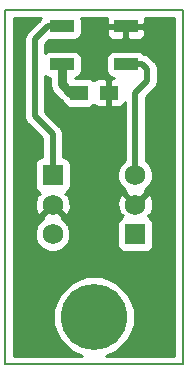
<source format=gbr>
%TF.GenerationSoftware,KiCad,Pcbnew,(5.0.0)*%
%TF.CreationDate,2018-12-15T00:02:50+01:00*%
%TF.ProjectId,addressable_led_board_V1.0,6164647265737361626C655F6C65645F,rev?*%
%TF.SameCoordinates,Original*%
%TF.FileFunction,Copper,L2,Bot,Signal*%
%TF.FilePolarity,Positive*%
%FSLAX46Y46*%
G04 Gerber Fmt 4.6, Leading zero omitted, Abs format (unit mm)*
G04 Created by KiCad (PCBNEW (5.0.0)) date 12/15/18 00:02:50*
%MOMM*%
%LPD*%
G01*
G04 APERTURE LIST*
%ADD10C,0.150000*%
%ADD11C,5.600000*%
%ADD12R,1.500000X1.250000*%
%ADD13R,1.750000X1.750000*%
%ADD14C,1.750000*%
%ADD15R,2.000000X1.000000*%
%ADD16C,0.600000*%
%ADD17C,0.750000*%
%ADD18C,0.500000*%
%ADD19C,0.254000*%
G04 APERTURE END LIST*
D10*
X15000000Y-45000000D02*
X15000000Y-15000000D01*
X30000000Y-45000000D02*
X15000000Y-45000000D01*
X30000000Y-15000000D02*
X30000000Y-45000000D01*
X15000000Y-15000000D02*
X30000000Y-15000000D01*
D11*
X22500000Y-41000000D03*
D12*
X21250000Y-22000000D03*
X23750000Y-22000000D03*
D13*
X19000000Y-29000000D03*
D14*
X19000000Y-31500000D03*
X19000000Y-34000000D03*
D13*
X26000000Y-34000000D03*
D14*
X26000000Y-31500000D03*
X26000000Y-29000000D03*
D15*
X25200000Y-16400000D03*
X25200000Y-19600000D03*
X19800000Y-19600000D03*
X19800000Y-16400000D03*
D16*
X19800000Y-21250000D03*
D17*
X21250000Y-22000000D02*
X20500000Y-22000000D01*
X19800000Y-19600000D02*
X19800000Y-21250000D01*
X19800000Y-21250000D02*
X19800000Y-21300000D01*
X19800000Y-21300000D02*
X20500000Y-22000000D01*
D18*
X26000000Y-29000000D02*
X26000000Y-22000000D01*
X26600000Y-19600000D02*
X25200000Y-19600000D01*
X27000000Y-20000000D02*
X26600000Y-19600000D01*
X27000000Y-21000000D02*
X27000000Y-20000000D01*
X26000000Y-22000000D02*
X27000000Y-21000000D01*
X19000000Y-29000000D02*
X19000000Y-25500000D01*
X18600000Y-16400000D02*
X19800000Y-16400000D01*
X17500000Y-17500000D02*
X18600000Y-16400000D01*
X17500000Y-24000000D02*
X17500000Y-17500000D01*
X19000000Y-25500000D02*
X17500000Y-24000000D01*
D19*
G36*
X18035845Y-15712576D02*
X18035844Y-15712577D01*
X17961951Y-15761951D01*
X17912577Y-15835844D01*
X16935845Y-16812577D01*
X16861952Y-16861951D01*
X16812578Y-16935844D01*
X16812576Y-16935846D01*
X16666348Y-17154691D01*
X16597663Y-17500000D01*
X16615001Y-17587165D01*
X16615000Y-23912839D01*
X16597663Y-24000000D01*
X16615000Y-24087161D01*
X16615000Y-24087164D01*
X16666348Y-24345309D01*
X16861951Y-24638049D01*
X16935847Y-24687425D01*
X18115001Y-25866580D01*
X18115000Y-27479549D01*
X17877235Y-27526843D01*
X17667191Y-27667191D01*
X17526843Y-27877235D01*
X17477560Y-28125000D01*
X17477560Y-29875000D01*
X17526843Y-30122765D01*
X17667191Y-30332809D01*
X17862745Y-30463475D01*
X17823306Y-30502914D01*
X17937938Y-30617546D01*
X17684047Y-30700884D01*
X17478410Y-31265306D01*
X17504421Y-31865458D01*
X17684047Y-32299116D01*
X17937940Y-32382455D01*
X18820395Y-31500000D01*
X18806253Y-31485858D01*
X18985858Y-31306253D01*
X19000000Y-31320395D01*
X19014143Y-31306253D01*
X19193748Y-31485858D01*
X19179605Y-31500000D01*
X20062060Y-32382455D01*
X20315953Y-32299116D01*
X20521590Y-31734694D01*
X20495579Y-31134542D01*
X20315953Y-30700884D01*
X20062062Y-30617546D01*
X20176694Y-30502914D01*
X20137255Y-30463475D01*
X20332809Y-30332809D01*
X20473157Y-30122765D01*
X20522440Y-29875000D01*
X20522440Y-28125000D01*
X20473157Y-27877235D01*
X20332809Y-27667191D01*
X20122765Y-27526843D01*
X19885000Y-27479549D01*
X19885000Y-25587159D01*
X19902337Y-25499999D01*
X19885000Y-25412839D01*
X19885000Y-25412835D01*
X19833652Y-25154690D01*
X19638049Y-24861951D01*
X19564156Y-24812577D01*
X18385000Y-23633422D01*
X18385000Y-20586413D01*
X18552235Y-20698157D01*
X18790001Y-20745451D01*
X18790001Y-21150521D01*
X18790000Y-21150525D01*
X18790000Y-21200529D01*
X18770214Y-21300000D01*
X18790000Y-21399471D01*
X18790000Y-21399476D01*
X18848601Y-21694082D01*
X19071831Y-22028169D01*
X19156162Y-22084517D01*
X19715484Y-22643840D01*
X19771831Y-22728169D01*
X19856160Y-22784516D01*
X19856161Y-22784517D01*
X19888601Y-22806193D01*
X19901843Y-22872765D01*
X20042191Y-23082809D01*
X20252235Y-23223157D01*
X20500000Y-23272440D01*
X22000000Y-23272440D01*
X22247765Y-23223157D01*
X22457809Y-23082809D01*
X22498654Y-23021680D01*
X22640302Y-23163327D01*
X22873691Y-23260000D01*
X23464250Y-23260000D01*
X23623000Y-23101250D01*
X23623000Y-22127000D01*
X23603000Y-22127000D01*
X23603000Y-21873000D01*
X23623000Y-21873000D01*
X23623000Y-20898750D01*
X23464250Y-20740000D01*
X22873691Y-20740000D01*
X22640302Y-20836673D01*
X22498654Y-20978320D01*
X22457809Y-20917191D01*
X22247765Y-20776843D01*
X22000000Y-20727560D01*
X20899945Y-20727560D01*
X21047765Y-20698157D01*
X21257809Y-20557809D01*
X21398157Y-20347765D01*
X21447440Y-20100000D01*
X21447440Y-19100000D01*
X23552560Y-19100000D01*
X23552560Y-20100000D01*
X23601843Y-20347765D01*
X23742191Y-20557809D01*
X23952235Y-20698157D01*
X24162596Y-20740000D01*
X24035750Y-20740000D01*
X23877000Y-20898750D01*
X23877000Y-21873000D01*
X23897000Y-21873000D01*
X23897000Y-22127000D01*
X23877000Y-22127000D01*
X23877000Y-23101250D01*
X24035750Y-23260000D01*
X24626309Y-23260000D01*
X24859698Y-23163327D01*
X25038327Y-22984699D01*
X25115001Y-22799592D01*
X25115000Y-27749538D01*
X24719884Y-28144654D01*
X24490000Y-28699642D01*
X24490000Y-29300358D01*
X24719884Y-29855346D01*
X25144654Y-30280116D01*
X25166394Y-30289121D01*
X25117545Y-30437940D01*
X26000000Y-31320395D01*
X26882455Y-30437940D01*
X26833606Y-30289121D01*
X26855346Y-30280116D01*
X27280116Y-29855346D01*
X27510000Y-29300358D01*
X27510000Y-28699642D01*
X27280116Y-28144654D01*
X26885000Y-27749538D01*
X26885000Y-22366578D01*
X27564156Y-21687423D01*
X27638049Y-21638049D01*
X27773158Y-21435846D01*
X27833652Y-21345310D01*
X27852871Y-21248690D01*
X27885000Y-21087165D01*
X27885000Y-21087161D01*
X27902337Y-21000000D01*
X27885000Y-20912839D01*
X27885000Y-20087159D01*
X27902337Y-19999999D01*
X27885000Y-19912839D01*
X27885000Y-19912835D01*
X27833652Y-19654690D01*
X27638049Y-19361951D01*
X27564153Y-19312575D01*
X27287425Y-19035847D01*
X27238049Y-18961951D01*
X26945310Y-18766348D01*
X26709416Y-18719426D01*
X26657809Y-18642191D01*
X26447765Y-18501843D01*
X26200000Y-18452560D01*
X24200000Y-18452560D01*
X23952235Y-18501843D01*
X23742191Y-18642191D01*
X23601843Y-18852235D01*
X23552560Y-19100000D01*
X21447440Y-19100000D01*
X21398157Y-18852235D01*
X21257809Y-18642191D01*
X21047765Y-18501843D01*
X20800000Y-18452560D01*
X18800000Y-18452560D01*
X18552235Y-18501843D01*
X18385000Y-18613587D01*
X18385000Y-17866578D01*
X18720043Y-17531536D01*
X18800000Y-17547440D01*
X20800000Y-17547440D01*
X21047765Y-17498157D01*
X21257809Y-17357809D01*
X21398157Y-17147765D01*
X21447440Y-16900000D01*
X21447440Y-16685750D01*
X23565000Y-16685750D01*
X23565000Y-17026310D01*
X23661673Y-17259699D01*
X23840302Y-17438327D01*
X24073691Y-17535000D01*
X24914250Y-17535000D01*
X25073000Y-17376250D01*
X25073000Y-16527000D01*
X25327000Y-16527000D01*
X25327000Y-17376250D01*
X25485750Y-17535000D01*
X26326309Y-17535000D01*
X26559698Y-17438327D01*
X26738327Y-17259699D01*
X26835000Y-17026310D01*
X26835000Y-16685750D01*
X26676250Y-16527000D01*
X25327000Y-16527000D01*
X25073000Y-16527000D01*
X23723750Y-16527000D01*
X23565000Y-16685750D01*
X21447440Y-16685750D01*
X21447440Y-15900000D01*
X21409647Y-15710000D01*
X23591381Y-15710000D01*
X23565000Y-15773690D01*
X23565000Y-16114250D01*
X23723750Y-16273000D01*
X25073000Y-16273000D01*
X25073000Y-16253000D01*
X25327000Y-16253000D01*
X25327000Y-16273000D01*
X26676250Y-16273000D01*
X26835000Y-16114250D01*
X26835000Y-15773690D01*
X26808619Y-15710000D01*
X29290000Y-15710000D01*
X29290001Y-44290000D01*
X23533325Y-44290000D01*
X24445771Y-43912053D01*
X25412053Y-42945771D01*
X25935000Y-41683264D01*
X25935000Y-40316736D01*
X25412053Y-39054229D01*
X24445771Y-38087947D01*
X23183264Y-37565000D01*
X21816736Y-37565000D01*
X20554229Y-38087947D01*
X19587947Y-39054229D01*
X19065000Y-40316736D01*
X19065000Y-41683264D01*
X19587947Y-42945771D01*
X20554229Y-43912053D01*
X21466675Y-44290000D01*
X15710000Y-44290000D01*
X15710000Y-33699642D01*
X17490000Y-33699642D01*
X17490000Y-34300358D01*
X17719884Y-34855346D01*
X18144654Y-35280116D01*
X18699642Y-35510000D01*
X19300358Y-35510000D01*
X19855346Y-35280116D01*
X20280116Y-34855346D01*
X20510000Y-34300358D01*
X20510000Y-33699642D01*
X20280116Y-33144654D01*
X20260462Y-33125000D01*
X24477560Y-33125000D01*
X24477560Y-34875000D01*
X24526843Y-35122765D01*
X24667191Y-35332809D01*
X24877235Y-35473157D01*
X25125000Y-35522440D01*
X26875000Y-35522440D01*
X27122765Y-35473157D01*
X27332809Y-35332809D01*
X27473157Y-35122765D01*
X27522440Y-34875000D01*
X27522440Y-33125000D01*
X27473157Y-32877235D01*
X27332809Y-32667191D01*
X27137255Y-32536525D01*
X27176694Y-32497086D01*
X27062062Y-32382454D01*
X27315953Y-32299116D01*
X27521590Y-31734694D01*
X27495579Y-31134542D01*
X27315953Y-30700884D01*
X27062060Y-30617545D01*
X26179605Y-31500000D01*
X26193748Y-31514143D01*
X26014143Y-31693748D01*
X26000000Y-31679605D01*
X25985858Y-31693748D01*
X25806253Y-31514143D01*
X25820395Y-31500000D01*
X24937940Y-30617545D01*
X24684047Y-30700884D01*
X24478410Y-31265306D01*
X24504421Y-31865458D01*
X24684047Y-32299116D01*
X24937938Y-32382454D01*
X24823306Y-32497086D01*
X24862745Y-32536525D01*
X24667191Y-32667191D01*
X24526843Y-32877235D01*
X24477560Y-33125000D01*
X20260462Y-33125000D01*
X19855346Y-32719884D01*
X19833606Y-32710879D01*
X19882455Y-32562060D01*
X19000000Y-31679605D01*
X18117545Y-32562060D01*
X18166394Y-32710879D01*
X18144654Y-32719884D01*
X17719884Y-33144654D01*
X17490000Y-33699642D01*
X15710000Y-33699642D01*
X15710000Y-15710000D01*
X18039700Y-15710000D01*
X18035845Y-15712576D01*
X18035845Y-15712576D01*
G37*
X18035845Y-15712576D02*
X18035844Y-15712577D01*
X17961951Y-15761951D01*
X17912577Y-15835844D01*
X16935845Y-16812577D01*
X16861952Y-16861951D01*
X16812578Y-16935844D01*
X16812576Y-16935846D01*
X16666348Y-17154691D01*
X16597663Y-17500000D01*
X16615001Y-17587165D01*
X16615000Y-23912839D01*
X16597663Y-24000000D01*
X16615000Y-24087161D01*
X16615000Y-24087164D01*
X16666348Y-24345309D01*
X16861951Y-24638049D01*
X16935847Y-24687425D01*
X18115001Y-25866580D01*
X18115000Y-27479549D01*
X17877235Y-27526843D01*
X17667191Y-27667191D01*
X17526843Y-27877235D01*
X17477560Y-28125000D01*
X17477560Y-29875000D01*
X17526843Y-30122765D01*
X17667191Y-30332809D01*
X17862745Y-30463475D01*
X17823306Y-30502914D01*
X17937938Y-30617546D01*
X17684047Y-30700884D01*
X17478410Y-31265306D01*
X17504421Y-31865458D01*
X17684047Y-32299116D01*
X17937940Y-32382455D01*
X18820395Y-31500000D01*
X18806253Y-31485858D01*
X18985858Y-31306253D01*
X19000000Y-31320395D01*
X19014143Y-31306253D01*
X19193748Y-31485858D01*
X19179605Y-31500000D01*
X20062060Y-32382455D01*
X20315953Y-32299116D01*
X20521590Y-31734694D01*
X20495579Y-31134542D01*
X20315953Y-30700884D01*
X20062062Y-30617546D01*
X20176694Y-30502914D01*
X20137255Y-30463475D01*
X20332809Y-30332809D01*
X20473157Y-30122765D01*
X20522440Y-29875000D01*
X20522440Y-28125000D01*
X20473157Y-27877235D01*
X20332809Y-27667191D01*
X20122765Y-27526843D01*
X19885000Y-27479549D01*
X19885000Y-25587159D01*
X19902337Y-25499999D01*
X19885000Y-25412839D01*
X19885000Y-25412835D01*
X19833652Y-25154690D01*
X19638049Y-24861951D01*
X19564156Y-24812577D01*
X18385000Y-23633422D01*
X18385000Y-20586413D01*
X18552235Y-20698157D01*
X18790001Y-20745451D01*
X18790001Y-21150521D01*
X18790000Y-21150525D01*
X18790000Y-21200529D01*
X18770214Y-21300000D01*
X18790000Y-21399471D01*
X18790000Y-21399476D01*
X18848601Y-21694082D01*
X19071831Y-22028169D01*
X19156162Y-22084517D01*
X19715484Y-22643840D01*
X19771831Y-22728169D01*
X19856160Y-22784516D01*
X19856161Y-22784517D01*
X19888601Y-22806193D01*
X19901843Y-22872765D01*
X20042191Y-23082809D01*
X20252235Y-23223157D01*
X20500000Y-23272440D01*
X22000000Y-23272440D01*
X22247765Y-23223157D01*
X22457809Y-23082809D01*
X22498654Y-23021680D01*
X22640302Y-23163327D01*
X22873691Y-23260000D01*
X23464250Y-23260000D01*
X23623000Y-23101250D01*
X23623000Y-22127000D01*
X23603000Y-22127000D01*
X23603000Y-21873000D01*
X23623000Y-21873000D01*
X23623000Y-20898750D01*
X23464250Y-20740000D01*
X22873691Y-20740000D01*
X22640302Y-20836673D01*
X22498654Y-20978320D01*
X22457809Y-20917191D01*
X22247765Y-20776843D01*
X22000000Y-20727560D01*
X20899945Y-20727560D01*
X21047765Y-20698157D01*
X21257809Y-20557809D01*
X21398157Y-20347765D01*
X21447440Y-20100000D01*
X21447440Y-19100000D01*
X23552560Y-19100000D01*
X23552560Y-20100000D01*
X23601843Y-20347765D01*
X23742191Y-20557809D01*
X23952235Y-20698157D01*
X24162596Y-20740000D01*
X24035750Y-20740000D01*
X23877000Y-20898750D01*
X23877000Y-21873000D01*
X23897000Y-21873000D01*
X23897000Y-22127000D01*
X23877000Y-22127000D01*
X23877000Y-23101250D01*
X24035750Y-23260000D01*
X24626309Y-23260000D01*
X24859698Y-23163327D01*
X25038327Y-22984699D01*
X25115001Y-22799592D01*
X25115000Y-27749538D01*
X24719884Y-28144654D01*
X24490000Y-28699642D01*
X24490000Y-29300358D01*
X24719884Y-29855346D01*
X25144654Y-30280116D01*
X25166394Y-30289121D01*
X25117545Y-30437940D01*
X26000000Y-31320395D01*
X26882455Y-30437940D01*
X26833606Y-30289121D01*
X26855346Y-30280116D01*
X27280116Y-29855346D01*
X27510000Y-29300358D01*
X27510000Y-28699642D01*
X27280116Y-28144654D01*
X26885000Y-27749538D01*
X26885000Y-22366578D01*
X27564156Y-21687423D01*
X27638049Y-21638049D01*
X27773158Y-21435846D01*
X27833652Y-21345310D01*
X27852871Y-21248690D01*
X27885000Y-21087165D01*
X27885000Y-21087161D01*
X27902337Y-21000000D01*
X27885000Y-20912839D01*
X27885000Y-20087159D01*
X27902337Y-19999999D01*
X27885000Y-19912839D01*
X27885000Y-19912835D01*
X27833652Y-19654690D01*
X27638049Y-19361951D01*
X27564153Y-19312575D01*
X27287425Y-19035847D01*
X27238049Y-18961951D01*
X26945310Y-18766348D01*
X26709416Y-18719426D01*
X26657809Y-18642191D01*
X26447765Y-18501843D01*
X26200000Y-18452560D01*
X24200000Y-18452560D01*
X23952235Y-18501843D01*
X23742191Y-18642191D01*
X23601843Y-18852235D01*
X23552560Y-19100000D01*
X21447440Y-19100000D01*
X21398157Y-18852235D01*
X21257809Y-18642191D01*
X21047765Y-18501843D01*
X20800000Y-18452560D01*
X18800000Y-18452560D01*
X18552235Y-18501843D01*
X18385000Y-18613587D01*
X18385000Y-17866578D01*
X18720043Y-17531536D01*
X18800000Y-17547440D01*
X20800000Y-17547440D01*
X21047765Y-17498157D01*
X21257809Y-17357809D01*
X21398157Y-17147765D01*
X21447440Y-16900000D01*
X21447440Y-16685750D01*
X23565000Y-16685750D01*
X23565000Y-17026310D01*
X23661673Y-17259699D01*
X23840302Y-17438327D01*
X24073691Y-17535000D01*
X24914250Y-17535000D01*
X25073000Y-17376250D01*
X25073000Y-16527000D01*
X25327000Y-16527000D01*
X25327000Y-17376250D01*
X25485750Y-17535000D01*
X26326309Y-17535000D01*
X26559698Y-17438327D01*
X26738327Y-17259699D01*
X26835000Y-17026310D01*
X26835000Y-16685750D01*
X26676250Y-16527000D01*
X25327000Y-16527000D01*
X25073000Y-16527000D01*
X23723750Y-16527000D01*
X23565000Y-16685750D01*
X21447440Y-16685750D01*
X21447440Y-15900000D01*
X21409647Y-15710000D01*
X23591381Y-15710000D01*
X23565000Y-15773690D01*
X23565000Y-16114250D01*
X23723750Y-16273000D01*
X25073000Y-16273000D01*
X25073000Y-16253000D01*
X25327000Y-16253000D01*
X25327000Y-16273000D01*
X26676250Y-16273000D01*
X26835000Y-16114250D01*
X26835000Y-15773690D01*
X26808619Y-15710000D01*
X29290000Y-15710000D01*
X29290001Y-44290000D01*
X23533325Y-44290000D01*
X24445771Y-43912053D01*
X25412053Y-42945771D01*
X25935000Y-41683264D01*
X25935000Y-40316736D01*
X25412053Y-39054229D01*
X24445771Y-38087947D01*
X23183264Y-37565000D01*
X21816736Y-37565000D01*
X20554229Y-38087947D01*
X19587947Y-39054229D01*
X19065000Y-40316736D01*
X19065000Y-41683264D01*
X19587947Y-42945771D01*
X20554229Y-43912053D01*
X21466675Y-44290000D01*
X15710000Y-44290000D01*
X15710000Y-33699642D01*
X17490000Y-33699642D01*
X17490000Y-34300358D01*
X17719884Y-34855346D01*
X18144654Y-35280116D01*
X18699642Y-35510000D01*
X19300358Y-35510000D01*
X19855346Y-35280116D01*
X20280116Y-34855346D01*
X20510000Y-34300358D01*
X20510000Y-33699642D01*
X20280116Y-33144654D01*
X20260462Y-33125000D01*
X24477560Y-33125000D01*
X24477560Y-34875000D01*
X24526843Y-35122765D01*
X24667191Y-35332809D01*
X24877235Y-35473157D01*
X25125000Y-35522440D01*
X26875000Y-35522440D01*
X27122765Y-35473157D01*
X27332809Y-35332809D01*
X27473157Y-35122765D01*
X27522440Y-34875000D01*
X27522440Y-33125000D01*
X27473157Y-32877235D01*
X27332809Y-32667191D01*
X27137255Y-32536525D01*
X27176694Y-32497086D01*
X27062062Y-32382454D01*
X27315953Y-32299116D01*
X27521590Y-31734694D01*
X27495579Y-31134542D01*
X27315953Y-30700884D01*
X27062060Y-30617545D01*
X26179605Y-31500000D01*
X26193748Y-31514143D01*
X26014143Y-31693748D01*
X26000000Y-31679605D01*
X25985858Y-31693748D01*
X25806253Y-31514143D01*
X25820395Y-31500000D01*
X24937940Y-30617545D01*
X24684047Y-30700884D01*
X24478410Y-31265306D01*
X24504421Y-31865458D01*
X24684047Y-32299116D01*
X24937938Y-32382454D01*
X24823306Y-32497086D01*
X24862745Y-32536525D01*
X24667191Y-32667191D01*
X24526843Y-32877235D01*
X24477560Y-33125000D01*
X20260462Y-33125000D01*
X19855346Y-32719884D01*
X19833606Y-32710879D01*
X19882455Y-32562060D01*
X19000000Y-31679605D01*
X18117545Y-32562060D01*
X18166394Y-32710879D01*
X18144654Y-32719884D01*
X17719884Y-33144654D01*
X17490000Y-33699642D01*
X15710000Y-33699642D01*
X15710000Y-15710000D01*
X18039700Y-15710000D01*
X18035845Y-15712576D01*
M02*

</source>
